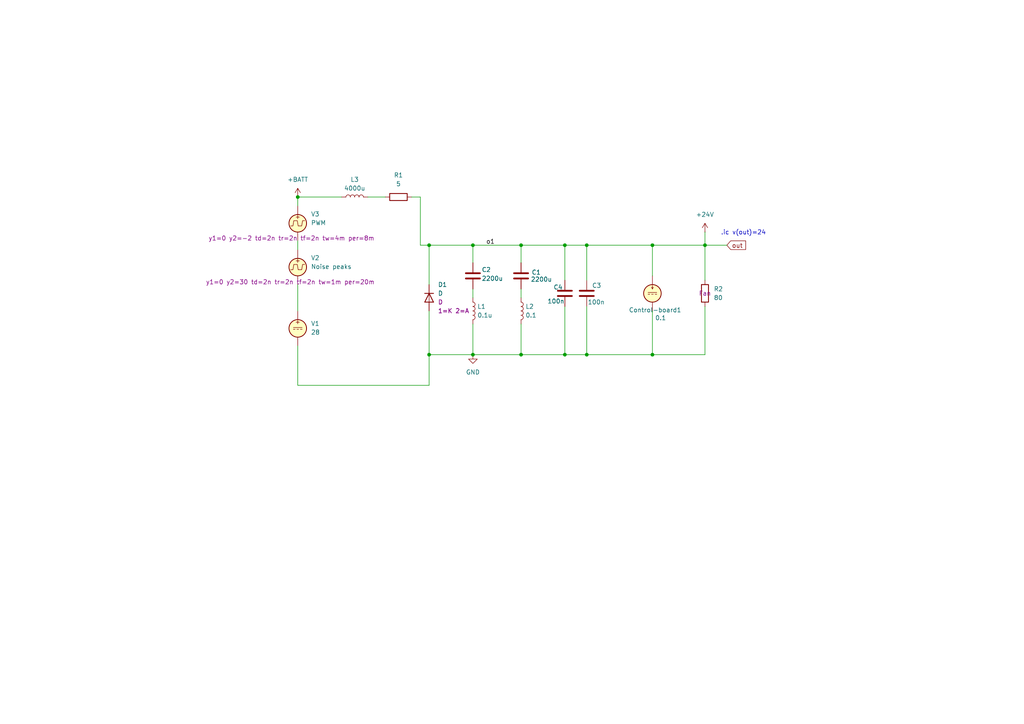
<source format=kicad_sch>
(kicad_sch (version 20231120) (generator "eeschema") (generator_version "8.0")
  (paper "A4")
  (lib_symbols
    (symbol "Device:C" (pin_numbers hide) (pin_names (offset 0.254))
      (property "Reference" "C" (at 0.635 2.54 0))
      (property "Value" "C" (at 0.635 -2.54 0))
      (symbol "C_0_1"
        (polyline (pts (xy -2.032 -0.762) (xy 2.032 -0.762)) (stroke (width 0.508)))
        (polyline (pts (xy -2.032 0.762) (xy 2.032 0.762)) (stroke (width 0.508)))
      )
      (symbol "C_1_1"
        (pin passive line (at 0 3.81 270) (length 2.794) (name "~") (number "1"))
        (pin passive line (at 0 -3.81 90) (length 2.794) (name "~") (number "2"))
      )
    )
    (symbol "Device:L" (pin_numbers hide) (pin_names (offset 1.016) hide)
      (property "Reference" "L" (at -1.27 0 90))
      (property "Value" "L" (at 1.905 0 90))
      (symbol "L_0_1"
        (arc (start 0 -2.54) (mid 0.6323 -1.905) (end 0 -1.27))
        (arc (start 0 -1.27) (mid 0.6323 -0.635) (end 0 0))
        (arc (start 0 0) (mid 0.6323 0.635) (end 0 1.27))
        (arc (start 0 1.27) (mid 0.6323 1.905) (end 0 2.54))
      )
      (symbol "L_1_1"
        (pin passive line (at 0 3.81 270) (length 1.27) (name "1") (number "1"))
        (pin passive line (at 0 -3.81 90) (length 1.27) (name "2") (number "2"))
      )
    )
    (symbol "Device:R" (pin_numbers hide) (pin_names (offset 0))
      (property "Reference" "R" (at 2.032 0 90))
      (property "Value" "R" (at 0 0 90))
      (symbol "R_0_1"
        (rectangle (start -1.016 -2.54) (end 1.016 2.54) (stroke (width 0.254)))
      )
      (symbol "R_1_1"
        (pin passive line (at 0 3.81 270) (length 1.27) (name "~") (number "1"))
        (pin passive line (at 0 -3.81 90) (length 1.27) (name "~") (number "2"))
      )
    )
    (symbol "Simulation_SPICE:D" (pin_numbers hide) (pin_names (offset 1.016) hide)
      (property "Reference" "D" (at 0 2.54 0))
      (property "Value" "D" (at 0 -2.54 0))
      (property "Sim.Device" "D" (at 0 0 0))
      (property "Sim.Pins" "1=K 2=A" (at 0 0 0))
      (symbol "D_0_1"
        (polyline (pts (xy -1.27 1.27) (xy -1.27 -1.27)) (stroke (width 0.254)))
        (polyline (pts (xy 1.27 0) (xy -1.27 0)))
        (polyline (pts (xy 1.27 1.27) (xy 1.27 -1.27) (xy -1.27 0) (xy 1.27 1.27)) (stroke (width 0.254)))
      )
      (symbol "D_1_1"
        (pin passive line (at -3.81 0 0) (length 2.54) (name "K") (number "1"))
        (pin passive line (at 3.81 0 180) (length 2.54) (name "A") (number "2"))
      )
    )
    (symbol "Simulation_SPICE:IDC" (pin_numbers hide) (pin_names (offset 0.0254))
      (property "Reference" "I" (at 2.54 2.54 0))
      (property "Value" "1" (at 2.54 0 0))
      (symbol "IDC_0_0"
        (polyline (pts (xy -1.27 0.254) (xy 1.27 0.254)))
        (polyline (pts (xy -0.762 -0.254) (xy -1.27 -0.254)))
        (polyline (pts (xy 0.254 -0.254) (xy -0.254 -0.254)))
        (polyline (pts (xy 1.27 -0.254) (xy 0.762 -0.254)))
      )
      (symbol "IDC_0_1"
        (polyline (pts (xy 0 1.27) (xy 0 2.286)))
        (polyline (pts (xy -0.254 1.778) (xy 0 1.27) (xy 0.254 1.778)))
        (circle (center 0 0) (radius 2.54) (stroke (width 0.254)) (fill (type background)))
      )
      (symbol "IDC_1_1"
        (pin passive line (at 0 5.08 270) (length 2.54) (name "~") (number "1"))
        (pin passive line (at 0 -5.08 90) (length 2.54) (name "~") (number "2"))
      )
    )
    (symbol "Simulation_SPICE:VDC" (pin_numbers hide) (pin_names (offset 0.0254))
      (property "Reference" "V" (at 2.54 2.54 0))
      (property "Value" "1" (at 2.54 0 0))
      (symbol "VDC_0_0"
        (polyline (pts (xy -1.27 0.254) (xy 1.27 0.254)))
        (polyline (pts (xy -0.762 -0.254) (xy -1.27 -0.254)))
        (polyline (pts (xy 0.254 -0.254) (xy -0.254 -0.254)))
        (polyline (pts (xy 1.27 -0.254) (xy 0.762 -0.254)))
        (text "+" (at 0 1.905 0) (effects (font (size 1.27 1.27))))
      )
      (symbol "VDC_0_1"
        (circle (center 0 0) (radius 2.54) (stroke (width 0.254)) (fill (type background)))
      )
      (symbol "VDC_1_1"
        (pin passive line (at 0 5.08 270) (length 2.54) (name "~") (number "1"))
        (pin passive line (at 0 -5.08 90) (length 2.54) (name "~") (number "2"))
      )
    )
    (symbol "Simulation_SPICE:VPULSE" (pin_numbers hide) (pin_names (offset 0.0254))
      (property "Reference" "V" (at 2.54 2.54 0))
      (property "Value" "VPULSE" (at 2.54 0 0))
      (property "Sim.Params" "y1=0 y2=1 td=2n tr=2n tf=2n tw=50n per=100n" (at 2.54 -2.54 0))
      (symbol "VPULSE_0_0"
        (polyline (pts (xy -2.032 -0.762) (xy -1.397 -0.762) (xy -1.143 0.762) (xy -0.127 0.762) (xy 0.127 -0.762) (xy 1.143 -0.762) (xy 1.397 0.762) (xy 2.032 0.762)))
        (text "+" (at 0 1.905 0) (effects (font (size 1.27 1.27))))
      )
      (symbol "VPULSE_0_1"
        (circle (center 0 0) (radius 2.54) (stroke (width 0.254)) (fill (type background)))
      )
      (symbol "VPULSE_1_1"
        (pin passive line (at 0 5.08 270) (length 2.54) (name "~") (number "1"))
        (pin passive line (at 0 -5.08 90) (length 2.54) (name "~") (number "2"))
      )
    )
    (symbol "power:+5V" (power) (pin_numbers hide) (pin_names (offset 0) hide)
      (property "Value" "+5V" (at 0 3.556 0))
      (symbol "+5V_0_1"
        (polyline (pts (xy -0.762 1.27) (xy 0 2.54)))
        (polyline (pts (xy 0 0) (xy 0 2.54)))
        (polyline (pts (xy 0 2.54) (xy 0.762 1.27)))
      )
      (symbol "+5V_1_1"
        (pin power_in line (at 0 0 90) (length 0) (name "~") (number "1"))
      )
    )
    (symbol "power:+BATT" (power) (pin_numbers hide) (pin_names (offset 0) hide)
      (property "Value" "+BATT" (at 0 3.556 0))
      (symbol "+BATT_0_1"
        (polyline (pts (xy -0.762 1.27) (xy 0 2.54)))
        (polyline (pts (xy 0 0) (xy 0 2.54)))
        (polyline (pts (xy 0 2.54) (xy 0.762 1.27)))
      )
      (symbol "+BATT_1_1"
        (pin power_in line (at 0 0 90) (length 0) (name "~") (number "1"))
      )
    )
    (symbol "power:GND" (power) (pin_numbers hide) (pin_names (offset 0) hide)
      (property "Value" "GND" (at 0 -3.81 0))
      (symbol "GND_0_1"
        (polyline (pts (xy 0 0) (xy 0 -1.27) (xy 1.27 -1.27) (xy 0 -2.54) (xy -1.27 -1.27) (xy 0 -1.27)))
      )
      (symbol "GND_1_1"
        (pin power_in line (at 0 0 270) (length 0) (name "~") (number "1"))
      )
    )
  )
  (junction (at 189.23 102.87))
  (junction (at 124.46 102.87))
  (junction (at 137.16 71.12))
  (junction (at 137.16 102.87))
  (junction (at 170.18 102.87))
  (junction (at 151.13 71.12))
  (junction (at 86.36 57.15))
  (junction (at 151.13 102.87))
  (junction (at 170.18 71.12))
  (junction (at 124.46 71.12))
  (junction (at 204.47 71.12))
  (junction (at 163.83 71.12))
  (junction (at 163.83 102.87))
  (junction (at 189.23 71.12))
  (wire (pts (xy 189.23 71.12) (xy 189.23 80.01)))
  (wire (pts (xy 86.36 111.76) (xy 86.36 100.33)))
  (wire (pts (xy 170.18 102.87) (xy 189.23 102.87)))
  (wire (pts (xy 137.16 71.12) (xy 151.13 71.12)))
  (wire (pts (xy 204.47 67.31) (xy 204.47 71.12)))
  (wire (pts (xy 170.18 88.9) (xy 170.18 102.87)))
  (wire (pts (xy 137.16 71.12) (xy 137.16 76.2)))
  (wire (pts (xy 151.13 102.87) (xy 163.83 102.87)))
  (wire (pts (xy 124.46 71.12) (xy 124.46 82.55)))
  (wire (pts (xy 137.16 102.87) (xy 151.13 102.87)))
  (wire (pts (xy 151.13 83.82) (xy 151.13 86.36)))
  (wire (pts (xy 151.13 71.12) (xy 151.13 76.2)))
  (wire (pts (xy 137.16 83.82) (xy 137.16 86.36)))
  (wire (pts (xy 170.18 71.12) (xy 189.23 71.12)))
  (wire (pts (xy 204.47 81.28) (xy 204.47 71.12)))
  (wire (pts (xy 86.36 111.76) (xy 124.46 111.76)))
  (wire (pts (xy 124.46 71.12) (xy 137.16 71.12)))
  (wire (pts (xy 204.47 88.9) (xy 204.47 102.87)))
  (wire (pts (xy 189.23 90.17) (xy 189.23 102.87)))
  (wire (pts (xy 106.68 57.15) (xy 111.76 57.15)))
  (wire (pts (xy 124.46 111.76) (xy 124.46 102.87)))
  (wire (pts (xy 189.23 71.12) (xy 204.47 71.12)))
  (wire (pts (xy 163.83 102.87) (xy 170.18 102.87)))
  (wire (pts (xy 163.83 88.9) (xy 163.83 102.87)))
  (wire (pts (xy 86.36 57.15) (xy 86.36 59.69)))
  (wire (pts (xy 121.92 57.15) (xy 121.92 71.12)))
  (wire (pts (xy 119.38 57.15) (xy 121.92 57.15)))
  (wire (pts (xy 124.46 102.87) (xy 137.16 102.87)))
  (wire (pts (xy 137.16 93.98) (xy 137.16 102.87)))
  (wire (pts (xy 170.18 71.12) (xy 170.18 81.28)))
  (wire (pts (xy 124.46 90.17) (xy 124.46 102.87)))
  (wire (pts (xy 86.36 57.15) (xy 99.06 57.15)))
  (wire (pts (xy 121.92 71.12) (xy 124.46 71.12)))
  (wire (pts (xy 151.13 71.12) (xy 163.83 71.12)))
  (wire (pts (xy 151.13 93.98) (xy 151.13 102.87)))
  (wire (pts (xy 189.23 102.87) (xy 204.47 102.87)))
  (wire (pts (xy 163.83 71.12) (xy 163.83 81.28)))
  (wire (pts (xy 204.47 71.12) (xy 210.82 71.12)))
  (wire (pts (xy 163.83 71.12) (xy 170.18 71.12)))
  (wire (pts (xy 86.36 82.55) (xy 86.36 90.17)))
  (wire (pts (xy 86.36 69.85) (xy 86.36 72.39)))
  (text ".ic v(out)=24" (at 215.646 67.564 0) (effects (font (size 1.27 1.27))))
  (label "o1" (at 140.97 71.12 0))
  (global_label "out" (shape input) (at 210.82 71.12 0) (property "Intersheetrefs" "${INTERSHEET_REFS}" (effects (hide yes))))
  (symbol (lib_id "Device:R") (at 204.47 85.09 180) (unit 1)
    (property "Reference" "R2" (at 207.01 83.8199 0) (effects (justify right)))
    (property "Value" "80" (at 207.01 86.3599 0) (effects (justify right)))
    (property "Description" "Fan" (at 204.47 85.09 0))
  )
  (symbol (lib_id "Simulation_SPICE:VPULSE") (at 86.36 64.77 0) (unit 1)
    (property "Reference" "V3" (at 90.17 62.1001 0) (effects (justify left)))
    (property "Value" "PWM" (at 90.17 64.6401 0) (effects (justify left)))
    (property "Datasheet" "https://ngspice.sourceforge.io/docs/ngspice-html-manual/manual.xhtml#sec_Independent_Sources_for" (effects (hide yes)))
    (property "Description" "Voltage source, pulse" (effects (hide yes)))
    (property "Sim.Pins" "1=+ 2=-" (effects (hide yes)))
    (property "Sim.Type" "PULSE" (effects (hide yes)))
    (property "Sim.Device" "V" (effects (hide yes)))
    (property "Sim.Params" "y1=0 y2=-2 td=2n tr=2n tf=2n tw=4m per=8m" (at 60.452 69.088 0) (effects (justify left)))
  )
  (symbol (lib_id "Device:L") (at 151.13 90.17 0) (unit 1)
    (property "Reference" "L2" (at 152.4 88.8999 0) (effects (justify left)))
    (property "Value" "0.1" (at 152.4 91.4399 0) (effects (justify left)))
    (property "Description" "Inductor" (effects (hide yes)))
  )
  (symbol (lib_id "Simulation_SPICE:IDC") (at 189.23 85.09 0) (unit 1)
    (property "Reference" "Control-board1" (at 182.372 89.916 0) (effects (justify left)))
    (property "Value" "0.1" (at 189.992 92.202 0) (effects (justify left)))
    (property "Datasheet" "https://ngspice.sourceforge.io/docs/ngspice-html-manual/manual.xhtml#sec_Independent_Sources_for" (effects (hide yes)))
    (property "Description" "Current source, DC" (effects (hide yes)))
    (property "Sim.Pins" "1=+ 2=-" (effects (hide yes)))
    (property "Sim.Type" "DC" (effects (hide yes)))
    (property "Sim.Device" "I" (effects (hide yes)))
  )
  (symbol (lib_id "Simulation_SPICE:D") (at 124.46 86.36 270) (unit 1)
    (property "Reference" "D1" (at 127 82.5499 90) (effects (justify left)))
    (property "Value" "D" (at 127 85.0899 90) (effects (justify left)))
    (property "Datasheet" "https://ngspice.sourceforge.io/docs/ngspice-html-manual/manual.xhtml#cha_DIODEs" (effects (hide yes)))
    (property "Description" "Diode for simulation or PCB" (effects (hide yes)))
    (property "Sim.Device" "D" (at 127 87.6299 90) (effects (justify left)))
    (property "Sim.Pins" "1=K 2=A" (at 127 90.1699 90) (effects (justify left)))
  )
  (symbol (lib_id "Device:C") (at 163.83 85.09 0) (unit 1)
    (property "Reference" "C4" (at 160.528 83.312 0) (effects (justify left)))
    (property "Value" "100n" (at 158.75 87.376 0) (effects (justify left)))
    (property "Description" "Unpolarized capacitor" (effects (hide yes)))
  )
  (symbol (lib_id "Simulation_SPICE:VPULSE") (at 86.36 77.47 0) (unit 1)
    (property "Reference" "V2" (at 90.17 74.8001 0) (effects (justify left)))
    (property "Value" "Noise peaks" (at 90.17 77.3401 0) (effects (justify left)))
    (property "Datasheet" "https://ngspice.sourceforge.io/docs/ngspice-html-manual/manual.xhtml#sec_Independent_Sources_for" (effects (hide yes)))
    (property "Description" "Voltage source, pulse" (effects (hide yes)))
    (property "Sim.Pins" "1=+ 2=-" (effects (hide yes)))
    (property "Sim.Type" "PULSE" (effects (hide yes)))
    (property "Sim.Device" "V" (effects (hide yes)))
    (property "Sim.Params" "y1=0 y2=30 td=2n tr=2n tf=2n tw=1m per=20m" (at 59.69 81.788 0) (effects (justify left)))
  )
  (symbol (lib_id "power:GND") (at 137.16 102.87 0) (unit 1)
    (property "Reference" "#PWR01" (effects (hide yes)))
    (property "Value" "GND" (at 137.16 107.95 0))
    (property "Description" "Power symbol creates a global label with name \"GND\" , ground" (effects (hide yes)))
  )
  (symbol (lib_id "power:+BATT") (at 86.36 57.15 0) (unit 1)
    (property "Reference" "#PWR03" (effects (hide yes)))
    (property "Value" "+BATT" (at 86.36 52.07 0))
    (property "Description" "Power symbol creates a global label with name \"+BATT\"" (effects (hide yes)))
  )
  (symbol (lib_id "Device:L") (at 102.87 57.15 90) (unit 1)
    (property "Reference" "L3" (at 102.87 52.07 90))
    (property "Value" "4000u" (at 102.87 54.61 90))
    (property "Description" "Inductor" (effects (hide yes)))
  )
  (symbol (lib_id "Device:L") (at 137.16 90.17 0) (unit 1)
    (property "Reference" "L1" (at 138.43 88.8999 0) (effects (justify left)))
    (property "Value" "0.1u" (at 138.43 91.4399 0) (effects (justify left)))
    (property "Description" "Inductor" (effects (hide yes)))
  )
  (symbol (lib_id "Device:R") (at 115.57 57.15 90) (unit 1)
    (property "Reference" "R1" (at 115.57 50.8 90))
    (property "Value" "5" (at 115.57 53.34 90))
    (property "Description" "Resistor" (effects (hide yes)))
  )
  (symbol (lib_id "Device:C") (at 170.18 85.09 0) (unit 1)
    (property "Reference" "C3" (at 171.704 82.804 0) (effects (justify left)))
    (property "Value" "100n" (at 170.434 87.63 0) (effects (justify left)))
    (property "Description" "Unpolarized capacitor" (effects (hide yes)))
  )
  (symbol (lib_id "Simulation_SPICE:VDC") (at 86.36 95.25 0) (unit 1)
    (property "Reference" "V1" (at 90.17 93.8501 0) (effects (justify left)))
    (property "Value" "28" (at 90.17 96.3901 0) (effects (justify left)))
    (property "Datasheet" "https://ngspice.sourceforge.io/docs/ngspice-html-manual/manual.xhtml#sec_Independent_Sources_for" (effects (hide yes)))
    (property "Description" "Voltage source, DC" (effects (hide yes)))
    (property "Sim.Pins" "1=+ 2=-" (effects (hide yes)))
    (property "Sim.Type" "DC" (effects (hide yes)))
    (property "Sim.Device" "V" (effects (hide yes)))
  )
  (symbol (lib_id "Device:C") (at 151.13 80.01 0) (unit 1)
    (property "Reference" "C1" (at 154.178 78.994 0) (effects (justify left)))
    (property "Value" "2200u" (at 153.924 81.026 0) (effects (justify left)))
    (property "Description" "Unpolarized capacitor" (effects (hide yes)))
  )
  (symbol (lib_id "power:+5V") (at 204.47 67.31 0) (unit 1)
    (property "Reference" "#PWR02" (effects (hide yes)))
    (property "Value" "+24V" (at 204.47 62.23 0))
    (property "Description" "Power symbol creates a global label with name \"+5V\"" (effects (hide yes)))
  )
  (symbol (lib_id "Device:C") (at 137.16 80.01 0) (unit 1)
    (property "Reference" "C2" (at 139.7 78.232 0) (effects (justify left)))
    (property "Value" "2200u" (at 139.7 80.772 0) (effects (justify left)))
    (property "Description" "Unpolarized capacitor" (effects (hide yes)))
  )
)
</source>
